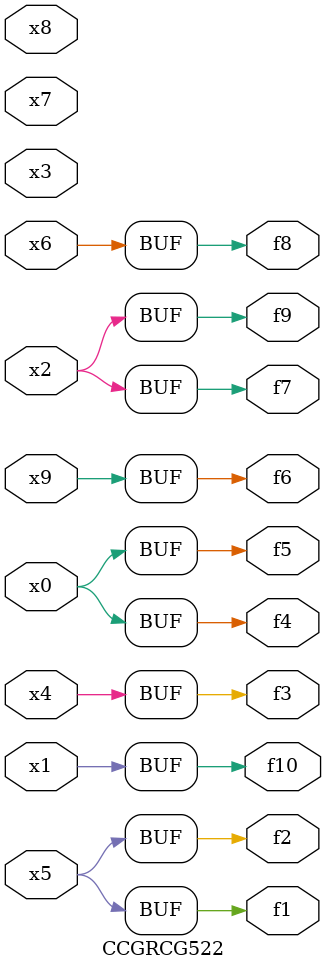
<source format=v>
module CCGRCG522(
	input x0, x1, x2, x3, x4, x5, x6, x7, x8, x9,
	output f1, f2, f3, f4, f5, f6, f7, f8, f9, f10
);
	assign f1 = x5;
	assign f2 = x5;
	assign f3 = x4;
	assign f4 = x0;
	assign f5 = x0;
	assign f6 = x9;
	assign f7 = x2;
	assign f8 = x6;
	assign f9 = x2;
	assign f10 = x1;
endmodule

</source>
